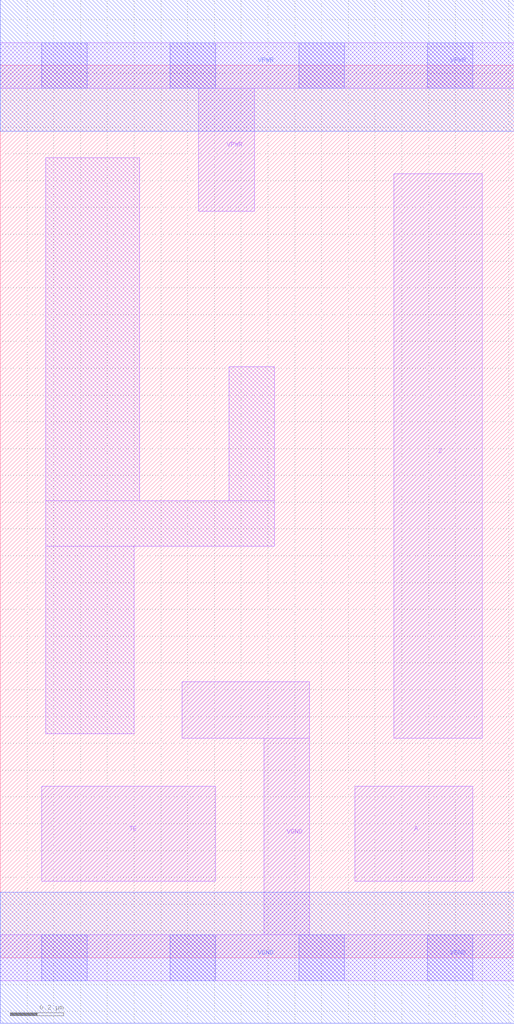
<source format=lef>
# Copyright 2020 The SkyWater PDK Authors
#
# Licensed under the Apache License, Version 2.0 (the "License");
# you may not use this file except in compliance with the License.
# You may obtain a copy of the License at
#
#     https://www.apache.org/licenses/LICENSE-2.0
#
# Unless required by applicable law or agreed to in writing, software
# distributed under the License is distributed on an "AS IS" BASIS,
# WITHOUT WARRANTIES OR CONDITIONS OF ANY KIND, either express or implied.
# See the License for the specific language governing permissions and
# limitations under the License.
#
# SPDX-License-Identifier: Apache-2.0

VERSION 5.7 ;
  NAMESCASESENSITIVE ON ;
  NOWIREEXTENSIONATPIN ON ;
  DIVIDERCHAR "/" ;
  BUSBITCHARS "[]" ;
UNITS
  DATABASE MICRONS 200 ;
END UNITS
MACRO sky130_fd_sc_lp__einvp_m
  CLASS CORE ;
  SOURCE USER ;
  FOREIGN sky130_fd_sc_lp__einvp_m ;
  ORIGIN  0.000000  0.000000 ;
  SIZE  1.920000 BY  3.330000 ;
  SYMMETRY X Y R90 ;
  SITE unit ;
  PIN A
    ANTENNAGATEAREA  0.126000 ;
    DIRECTION INPUT ;
    USE SIGNAL ;
    PORT
      LAYER li1 ;
        RECT 1.325000 0.285000 1.765000 0.640000 ;
    END
  END A
  PIN TE
    ANTENNAGATEAREA  0.189000 ;
    DIRECTION INPUT ;
    USE SIGNAL ;
    PORT
      LAYER li1 ;
        RECT 0.155000 0.285000 0.805000 0.640000 ;
    END
  END TE
  PIN Z
    ANTENNADIFFAREA  0.222600 ;
    DIRECTION OUTPUT ;
    USE SIGNAL ;
    PORT
      LAYER li1 ;
        RECT 1.470000 0.820000 1.800000 2.925000 ;
    END
  END Z
  PIN VGND
    DIRECTION INOUT ;
    USE GROUND ;
    PORT
      LAYER li1 ;
        RECT 0.000000 -0.085000 1.920000 0.085000 ;
        RECT 0.680000  0.820000 1.155000 1.030000 ;
        RECT 0.985000  0.085000 1.155000 0.820000 ;
      LAYER mcon ;
        RECT 0.155000 -0.085000 0.325000 0.085000 ;
        RECT 0.635000 -0.085000 0.805000 0.085000 ;
        RECT 1.115000 -0.085000 1.285000 0.085000 ;
        RECT 1.595000 -0.085000 1.765000 0.085000 ;
      LAYER met1 ;
        RECT 0.000000 -0.245000 1.920000 0.245000 ;
    END
  END VGND
  PIN VPWR
    DIRECTION INOUT ;
    USE POWER ;
    PORT
      LAYER li1 ;
        RECT 0.000000 3.245000 1.920000 3.415000 ;
        RECT 0.740000 2.785000 0.950000 3.245000 ;
      LAYER mcon ;
        RECT 0.155000 3.245000 0.325000 3.415000 ;
        RECT 0.635000 3.245000 0.805000 3.415000 ;
        RECT 1.115000 3.245000 1.285000 3.415000 ;
        RECT 1.595000 3.245000 1.765000 3.415000 ;
      LAYER met1 ;
        RECT 0.000000 3.085000 1.920000 3.575000 ;
    END
  END VPWR
  OBS
    LAYER li1 ;
      RECT 0.170000 0.835000 0.500000 1.535000 ;
      RECT 0.170000 1.535000 1.025000 1.705000 ;
      RECT 0.170000 1.705000 0.520000 2.985000 ;
      RECT 0.855000 1.705000 1.025000 2.205000 ;
  END
END sky130_fd_sc_lp__einvp_m

</source>
